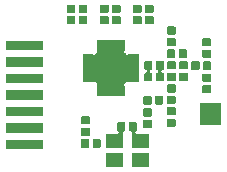
<source format=gbr>
G04 #@! TF.GenerationSoftware,KiCad,Pcbnew,(5.1.2)-1*
G04 #@! TF.CreationDate,2020-11-19T11:24:46+01:00*
G04 #@! TF.ProjectId,HB-ES-PMSwX-Pl_GosoundSP111,48422d45-532d-4504-9d53-77582d506c5f,rev?*
G04 #@! TF.SameCoordinates,Original*
G04 #@! TF.FileFunction,Soldermask,Top*
G04 #@! TF.FilePolarity,Negative*
%FSLAX46Y46*%
G04 Gerber Fmt 4.6, Leading zero omitted, Abs format (unit mm)*
G04 Created by KiCad (PCBNEW (5.1.2)-1) date 2020-11-19 11:24:46*
%MOMM*%
%LPD*%
G04 APERTURE LIST*
%ADD10C,0.100000*%
G04 APERTURE END LIST*
D10*
G36*
X121502600Y-71288800D02*
G01*
X120000600Y-71288800D01*
X120000600Y-70036800D01*
X121502600Y-70036800D01*
X121502600Y-71288800D01*
X121502600Y-71288800D01*
G37*
G36*
X119302600Y-71288800D02*
G01*
X117800600Y-71288800D01*
X117800600Y-70036800D01*
X119302600Y-70036800D01*
X119302600Y-71288800D01*
X119302600Y-71288800D01*
G37*
G36*
X112460100Y-69761000D02*
G01*
X109358100Y-69761000D01*
X109358100Y-68959000D01*
X112460100Y-68959000D01*
X112460100Y-69761000D01*
X112460100Y-69761000D01*
G37*
G36*
X120348138Y-67475116D02*
G01*
X120368757Y-67481371D01*
X120387753Y-67491524D01*
X120404408Y-67505192D01*
X120418076Y-67521847D01*
X120428229Y-67540843D01*
X120434484Y-67561462D01*
X120437200Y-67589040D01*
X120437200Y-68097760D01*
X120434484Y-68125338D01*
X120428229Y-68145957D01*
X120418076Y-68164953D01*
X120404408Y-68181608D01*
X120387755Y-68195274D01*
X120375991Y-68201562D01*
X120355616Y-68215176D01*
X120338289Y-68232504D01*
X120324676Y-68252878D01*
X120315299Y-68275517D01*
X120310519Y-68299550D01*
X120310519Y-68324055D01*
X120315300Y-68348088D01*
X120324677Y-68370726D01*
X120338291Y-68391101D01*
X120355619Y-68408428D01*
X120375993Y-68422041D01*
X120398632Y-68431418D01*
X120434916Y-68436800D01*
X121502600Y-68436800D01*
X121502600Y-69688800D01*
X120000600Y-69688800D01*
X120000600Y-68339399D01*
X119998198Y-68315013D01*
X119991085Y-68291564D01*
X119979534Y-68269953D01*
X119963989Y-68251011D01*
X119945047Y-68235466D01*
X119923436Y-68223915D01*
X119899987Y-68216802D01*
X119875601Y-68214400D01*
X119861840Y-68214400D01*
X119834262Y-68211684D01*
X119813643Y-68205429D01*
X119794647Y-68195276D01*
X119777992Y-68181608D01*
X119764324Y-68164953D01*
X119754171Y-68145957D01*
X119747916Y-68125338D01*
X119745200Y-68097760D01*
X119745200Y-67589040D01*
X119747916Y-67561462D01*
X119754171Y-67540843D01*
X119764324Y-67521847D01*
X119777992Y-67505192D01*
X119794647Y-67491524D01*
X119813643Y-67481371D01*
X119834262Y-67475116D01*
X119861840Y-67472400D01*
X120320560Y-67472400D01*
X120348138Y-67475116D01*
X120348138Y-67475116D01*
G37*
G36*
X119378138Y-67475116D02*
G01*
X119398757Y-67481371D01*
X119417753Y-67491524D01*
X119434408Y-67505192D01*
X119448076Y-67521847D01*
X119458229Y-67540843D01*
X119464484Y-67561462D01*
X119467200Y-67589040D01*
X119467200Y-68097760D01*
X119464484Y-68125338D01*
X119458229Y-68145957D01*
X119448076Y-68164953D01*
X119434408Y-68181608D01*
X119417753Y-68195276D01*
X119398756Y-68205430D01*
X119391315Y-68207687D01*
X119368676Y-68217064D01*
X119348302Y-68230678D01*
X119330974Y-68248004D01*
X119317360Y-68268379D01*
X119307983Y-68291017D01*
X119303202Y-68315051D01*
X119302600Y-68327304D01*
X119302600Y-69688800D01*
X117800600Y-69688800D01*
X117800600Y-68436800D01*
X118777484Y-68436800D01*
X118801870Y-68434398D01*
X118825319Y-68427285D01*
X118846930Y-68415734D01*
X118865872Y-68400189D01*
X118881417Y-68381247D01*
X118892968Y-68359636D01*
X118900081Y-68336187D01*
X118902483Y-68311801D01*
X118900081Y-68287415D01*
X118892968Y-68263966D01*
X118881417Y-68242355D01*
X118865872Y-68223413D01*
X118836409Y-68201562D01*
X118824645Y-68195274D01*
X118807992Y-68181608D01*
X118794324Y-68164953D01*
X118784171Y-68145957D01*
X118777916Y-68125338D01*
X118775200Y-68097760D01*
X118775200Y-67589040D01*
X118777916Y-67561462D01*
X118784171Y-67540843D01*
X118794324Y-67521847D01*
X118807992Y-67505192D01*
X118824647Y-67491524D01*
X118843643Y-67481371D01*
X118864262Y-67475116D01*
X118891840Y-67472400D01*
X119350560Y-67472400D01*
X119378138Y-67475116D01*
X119378138Y-67475116D01*
G37*
G36*
X117287438Y-68897516D02*
G01*
X117308057Y-68903771D01*
X117327053Y-68913924D01*
X117343708Y-68927592D01*
X117357376Y-68944247D01*
X117367529Y-68963243D01*
X117373784Y-68983862D01*
X117376500Y-69011440D01*
X117376500Y-69520160D01*
X117373784Y-69547738D01*
X117367529Y-69568357D01*
X117357376Y-69587353D01*
X117343708Y-69604008D01*
X117327053Y-69617676D01*
X117308057Y-69627829D01*
X117287438Y-69634084D01*
X117259860Y-69636800D01*
X116801140Y-69636800D01*
X116773562Y-69634084D01*
X116752943Y-69627829D01*
X116733947Y-69617676D01*
X116717292Y-69604008D01*
X116703624Y-69587353D01*
X116693471Y-69568357D01*
X116687216Y-69547738D01*
X116684500Y-69520160D01*
X116684500Y-69011440D01*
X116687216Y-68983862D01*
X116693471Y-68963243D01*
X116703624Y-68944247D01*
X116717292Y-68927592D01*
X116733947Y-68913924D01*
X116752943Y-68903771D01*
X116773562Y-68897516D01*
X116801140Y-68894800D01*
X117259860Y-68894800D01*
X117287438Y-68897516D01*
X117287438Y-68897516D01*
G37*
G36*
X116317438Y-68897516D02*
G01*
X116338057Y-68903771D01*
X116357053Y-68913924D01*
X116373708Y-68927592D01*
X116387376Y-68944247D01*
X116397529Y-68963243D01*
X116403784Y-68983862D01*
X116406500Y-69011440D01*
X116406500Y-69520160D01*
X116403784Y-69547738D01*
X116397529Y-69568357D01*
X116387376Y-69587353D01*
X116373708Y-69604008D01*
X116357053Y-69617676D01*
X116338057Y-69627829D01*
X116317438Y-69634084D01*
X116289860Y-69636800D01*
X115831140Y-69636800D01*
X115803562Y-69634084D01*
X115782943Y-69627829D01*
X115763947Y-69617676D01*
X115747292Y-69604008D01*
X115733624Y-69587353D01*
X115723471Y-69568357D01*
X115717216Y-69547738D01*
X115714500Y-69520160D01*
X115714500Y-69011440D01*
X115717216Y-68983862D01*
X115723471Y-68963243D01*
X115733624Y-68944247D01*
X115747292Y-68927592D01*
X115763947Y-68913924D01*
X115782943Y-68903771D01*
X115803562Y-68897516D01*
X115831140Y-68894800D01*
X116289860Y-68894800D01*
X116317438Y-68897516D01*
X116317438Y-68897516D01*
G37*
G36*
X116372638Y-67944616D02*
G01*
X116393257Y-67950871D01*
X116412253Y-67961024D01*
X116428908Y-67974692D01*
X116442576Y-67991347D01*
X116452729Y-68010343D01*
X116458984Y-68030962D01*
X116461700Y-68058540D01*
X116461700Y-68517260D01*
X116458984Y-68544838D01*
X116452729Y-68565457D01*
X116442576Y-68584453D01*
X116428908Y-68601108D01*
X116412253Y-68614776D01*
X116393257Y-68624929D01*
X116372638Y-68631184D01*
X116345060Y-68633900D01*
X115836340Y-68633900D01*
X115808762Y-68631184D01*
X115788143Y-68624929D01*
X115769147Y-68614776D01*
X115752492Y-68601108D01*
X115738824Y-68584453D01*
X115728671Y-68565457D01*
X115722416Y-68544838D01*
X115719700Y-68517260D01*
X115719700Y-68058540D01*
X115722416Y-68030962D01*
X115728671Y-68010343D01*
X115738824Y-67991347D01*
X115752492Y-67974692D01*
X115769147Y-67961024D01*
X115788143Y-67950871D01*
X115808762Y-67944616D01*
X115836340Y-67941900D01*
X116345060Y-67941900D01*
X116372638Y-67944616D01*
X116372638Y-67944616D01*
G37*
G36*
X112460100Y-68361000D02*
G01*
X109358100Y-68361000D01*
X109358100Y-67559000D01*
X112460100Y-67559000D01*
X112460100Y-68361000D01*
X112460100Y-68361000D01*
G37*
G36*
X121617738Y-67273916D02*
G01*
X121638357Y-67280171D01*
X121657353Y-67290324D01*
X121674008Y-67303992D01*
X121687676Y-67320647D01*
X121697829Y-67339643D01*
X121704084Y-67360262D01*
X121706800Y-67387840D01*
X121706800Y-67846560D01*
X121704084Y-67874138D01*
X121697829Y-67894757D01*
X121687676Y-67913753D01*
X121674008Y-67930408D01*
X121657353Y-67944076D01*
X121638357Y-67954229D01*
X121617738Y-67960484D01*
X121590160Y-67963200D01*
X121081440Y-67963200D01*
X121053862Y-67960484D01*
X121033243Y-67954229D01*
X121014247Y-67944076D01*
X120997592Y-67930408D01*
X120983924Y-67913753D01*
X120973771Y-67894757D01*
X120967516Y-67874138D01*
X120964800Y-67846560D01*
X120964800Y-67387840D01*
X120967516Y-67360262D01*
X120973771Y-67339643D01*
X120983924Y-67320647D01*
X120997592Y-67303992D01*
X121014247Y-67290324D01*
X121033243Y-67280171D01*
X121053862Y-67273916D01*
X121081440Y-67271200D01*
X121590160Y-67271200D01*
X121617738Y-67273916D01*
X121617738Y-67273916D01*
G37*
G36*
X123624338Y-67172316D02*
G01*
X123644957Y-67178571D01*
X123663953Y-67188724D01*
X123680608Y-67202392D01*
X123694276Y-67219047D01*
X123704429Y-67238043D01*
X123710684Y-67258662D01*
X123713400Y-67286240D01*
X123713400Y-67744960D01*
X123710684Y-67772538D01*
X123704429Y-67793157D01*
X123694276Y-67812153D01*
X123680608Y-67828808D01*
X123663953Y-67842476D01*
X123644957Y-67852629D01*
X123624338Y-67858884D01*
X123596760Y-67861600D01*
X123088040Y-67861600D01*
X123060462Y-67858884D01*
X123039843Y-67852629D01*
X123020847Y-67842476D01*
X123004192Y-67828808D01*
X122990524Y-67812153D01*
X122980371Y-67793157D01*
X122974116Y-67772538D01*
X122971400Y-67744960D01*
X122971400Y-67286240D01*
X122974116Y-67258662D01*
X122980371Y-67238043D01*
X122990524Y-67219047D01*
X123004192Y-67202392D01*
X123020847Y-67188724D01*
X123039843Y-67178571D01*
X123060462Y-67172316D01*
X123088040Y-67169600D01*
X123596760Y-67169600D01*
X123624338Y-67172316D01*
X123624338Y-67172316D01*
G37*
G36*
X127570800Y-67677600D02*
G01*
X125768800Y-67677600D01*
X125768800Y-65875600D01*
X127570800Y-65875600D01*
X127570800Y-67677600D01*
X127570800Y-67677600D01*
G37*
G36*
X116372638Y-66974616D02*
G01*
X116393257Y-66980871D01*
X116412253Y-66991024D01*
X116428908Y-67004692D01*
X116442576Y-67021347D01*
X116452729Y-67040343D01*
X116458984Y-67060962D01*
X116461700Y-67088540D01*
X116461700Y-67547260D01*
X116458984Y-67574838D01*
X116452729Y-67595457D01*
X116442576Y-67614453D01*
X116428908Y-67631108D01*
X116412253Y-67644776D01*
X116393257Y-67654929D01*
X116372638Y-67661184D01*
X116345060Y-67663900D01*
X115836340Y-67663900D01*
X115808762Y-67661184D01*
X115788143Y-67654929D01*
X115769147Y-67644776D01*
X115752492Y-67631108D01*
X115738824Y-67614453D01*
X115728671Y-67595457D01*
X115722416Y-67574838D01*
X115719700Y-67547260D01*
X115719700Y-67088540D01*
X115722416Y-67060962D01*
X115728671Y-67040343D01*
X115738824Y-67021347D01*
X115752492Y-67004692D01*
X115769147Y-66991024D01*
X115788143Y-66980871D01*
X115808762Y-66974616D01*
X115836340Y-66971900D01*
X116345060Y-66971900D01*
X116372638Y-66974616D01*
X116372638Y-66974616D01*
G37*
G36*
X121617738Y-66303916D02*
G01*
X121638357Y-66310171D01*
X121657353Y-66320324D01*
X121674008Y-66333992D01*
X121687676Y-66350647D01*
X121697829Y-66369643D01*
X121704084Y-66390262D01*
X121706800Y-66417840D01*
X121706800Y-66876560D01*
X121704084Y-66904138D01*
X121697829Y-66924757D01*
X121687676Y-66943753D01*
X121674008Y-66960408D01*
X121657353Y-66974076D01*
X121638357Y-66984229D01*
X121617738Y-66990484D01*
X121590160Y-66993200D01*
X121081440Y-66993200D01*
X121053862Y-66990484D01*
X121033243Y-66984229D01*
X121014247Y-66974076D01*
X120997592Y-66960408D01*
X120983924Y-66943753D01*
X120973771Y-66924757D01*
X120967516Y-66904138D01*
X120964800Y-66876560D01*
X120964800Y-66417840D01*
X120967516Y-66390262D01*
X120973771Y-66369643D01*
X120983924Y-66350647D01*
X120997592Y-66333992D01*
X121014247Y-66320324D01*
X121033243Y-66310171D01*
X121053862Y-66303916D01*
X121081440Y-66301200D01*
X121590160Y-66301200D01*
X121617738Y-66303916D01*
X121617738Y-66303916D01*
G37*
G36*
X112460100Y-66961000D02*
G01*
X109358100Y-66961000D01*
X109358100Y-66159000D01*
X112460100Y-66159000D01*
X112460100Y-66961000D01*
X112460100Y-66961000D01*
G37*
G36*
X123624338Y-66202316D02*
G01*
X123644957Y-66208571D01*
X123663953Y-66218724D01*
X123680608Y-66232392D01*
X123694276Y-66249047D01*
X123704429Y-66268043D01*
X123710684Y-66288662D01*
X123713400Y-66316240D01*
X123713400Y-66774960D01*
X123710684Y-66802538D01*
X123704429Y-66823157D01*
X123694276Y-66842153D01*
X123680608Y-66858808D01*
X123663953Y-66872476D01*
X123644957Y-66882629D01*
X123624338Y-66888884D01*
X123596760Y-66891600D01*
X123088040Y-66891600D01*
X123060462Y-66888884D01*
X123039843Y-66882629D01*
X123020847Y-66872476D01*
X123004192Y-66858808D01*
X122990524Y-66842153D01*
X122980371Y-66823157D01*
X122974116Y-66802538D01*
X122971400Y-66774960D01*
X122971400Y-66316240D01*
X122974116Y-66288662D01*
X122980371Y-66268043D01*
X122990524Y-66249047D01*
X123004192Y-66232392D01*
X123020847Y-66218724D01*
X123039843Y-66208571D01*
X123060462Y-66202316D01*
X123088040Y-66199600D01*
X123596760Y-66199600D01*
X123624338Y-66202316D01*
X123624338Y-66202316D01*
G37*
G36*
X122562738Y-65239916D02*
G01*
X122583357Y-65246171D01*
X122602353Y-65256324D01*
X122619008Y-65269992D01*
X122632676Y-65286647D01*
X122642829Y-65305643D01*
X122649084Y-65326262D01*
X122651800Y-65353840D01*
X122651800Y-65862560D01*
X122649084Y-65890138D01*
X122642829Y-65910757D01*
X122632676Y-65929753D01*
X122619008Y-65946408D01*
X122602353Y-65960076D01*
X122583357Y-65970229D01*
X122562738Y-65976484D01*
X122535160Y-65979200D01*
X122076440Y-65979200D01*
X122048862Y-65976484D01*
X122028243Y-65970229D01*
X122009247Y-65960076D01*
X121992592Y-65946408D01*
X121978924Y-65929753D01*
X121968771Y-65910757D01*
X121962516Y-65890138D01*
X121959800Y-65862560D01*
X121959800Y-65353840D01*
X121962516Y-65326262D01*
X121968771Y-65305643D01*
X121978924Y-65286647D01*
X121992592Y-65269992D01*
X122009247Y-65256324D01*
X122028243Y-65246171D01*
X122048862Y-65239916D01*
X122076440Y-65237200D01*
X122535160Y-65237200D01*
X122562738Y-65239916D01*
X122562738Y-65239916D01*
G37*
G36*
X121592738Y-65239916D02*
G01*
X121613357Y-65246171D01*
X121632353Y-65256324D01*
X121649008Y-65269992D01*
X121662676Y-65286647D01*
X121672829Y-65305643D01*
X121679084Y-65326262D01*
X121681800Y-65353840D01*
X121681800Y-65862560D01*
X121679084Y-65890138D01*
X121672829Y-65910757D01*
X121662676Y-65929753D01*
X121649008Y-65946408D01*
X121632353Y-65960076D01*
X121613357Y-65970229D01*
X121592738Y-65976484D01*
X121565160Y-65979200D01*
X121106440Y-65979200D01*
X121078862Y-65976484D01*
X121058243Y-65970229D01*
X121039247Y-65960076D01*
X121022592Y-65946408D01*
X121008924Y-65929753D01*
X120998771Y-65910757D01*
X120992516Y-65890138D01*
X120989800Y-65862560D01*
X120989800Y-65353840D01*
X120992516Y-65326262D01*
X120998771Y-65305643D01*
X121008924Y-65286647D01*
X121022592Y-65269992D01*
X121039247Y-65256324D01*
X121058243Y-65246171D01*
X121078862Y-65239916D01*
X121106440Y-65237200D01*
X121565160Y-65237200D01*
X121592738Y-65239916D01*
X121592738Y-65239916D01*
G37*
G36*
X123624338Y-65244316D02*
G01*
X123644957Y-65250571D01*
X123663953Y-65260724D01*
X123680608Y-65274392D01*
X123694276Y-65291047D01*
X123704429Y-65310043D01*
X123710684Y-65330662D01*
X123713400Y-65358240D01*
X123713400Y-65816960D01*
X123710684Y-65844538D01*
X123704429Y-65865157D01*
X123694276Y-65884153D01*
X123680608Y-65900808D01*
X123663953Y-65914476D01*
X123644957Y-65924629D01*
X123624338Y-65930884D01*
X123596760Y-65933600D01*
X123088040Y-65933600D01*
X123060462Y-65930884D01*
X123039843Y-65924629D01*
X123020847Y-65914476D01*
X123004192Y-65900808D01*
X122990524Y-65884153D01*
X122980371Y-65865157D01*
X122974116Y-65844538D01*
X122971400Y-65816960D01*
X122971400Y-65358240D01*
X122974116Y-65330662D01*
X122980371Y-65310043D01*
X122990524Y-65291047D01*
X123004192Y-65274392D01*
X123020847Y-65260724D01*
X123039843Y-65250571D01*
X123060462Y-65244316D01*
X123088040Y-65241600D01*
X123596760Y-65241600D01*
X123624338Y-65244316D01*
X123624338Y-65244316D01*
G37*
G36*
X112460100Y-65561000D02*
G01*
X109358100Y-65561000D01*
X109358100Y-64759000D01*
X112460100Y-64759000D01*
X112460100Y-65561000D01*
X112460100Y-65561000D01*
G37*
G36*
X117392355Y-60490483D02*
G01*
X117397029Y-60491901D01*
X117401330Y-60494200D01*
X117407702Y-60499429D01*
X117428076Y-60513043D01*
X117450715Y-60522420D01*
X117474749Y-60527200D01*
X117499253Y-60527200D01*
X117523286Y-60522419D01*
X117545925Y-60513042D01*
X117566298Y-60499429D01*
X117572670Y-60494200D01*
X117576971Y-60491901D01*
X117581645Y-60490483D01*
X117592641Y-60489400D01*
X117881359Y-60489400D01*
X117892355Y-60490483D01*
X117897029Y-60491901D01*
X117901330Y-60494200D01*
X117907702Y-60499429D01*
X117928076Y-60513043D01*
X117950715Y-60522420D01*
X117974749Y-60527200D01*
X117999253Y-60527200D01*
X118023286Y-60522419D01*
X118045925Y-60513042D01*
X118066298Y-60499429D01*
X118072670Y-60494200D01*
X118076971Y-60491901D01*
X118081645Y-60490483D01*
X118092641Y-60489400D01*
X118381359Y-60489400D01*
X118392355Y-60490483D01*
X118397029Y-60491901D01*
X118401330Y-60494200D01*
X118407702Y-60499429D01*
X118428076Y-60513043D01*
X118450715Y-60522420D01*
X118474749Y-60527200D01*
X118499253Y-60527200D01*
X118523286Y-60522419D01*
X118545925Y-60513042D01*
X118566298Y-60499429D01*
X118572670Y-60494200D01*
X118576971Y-60491901D01*
X118581645Y-60490483D01*
X118592641Y-60489400D01*
X118881359Y-60489400D01*
X118892355Y-60490483D01*
X118897029Y-60491901D01*
X118901330Y-60494200D01*
X118907702Y-60499429D01*
X118928076Y-60513043D01*
X118950715Y-60522420D01*
X118974749Y-60527200D01*
X118999253Y-60527200D01*
X119023286Y-60522419D01*
X119045925Y-60513042D01*
X119066298Y-60499429D01*
X119072670Y-60494200D01*
X119076971Y-60491901D01*
X119081645Y-60490483D01*
X119092641Y-60489400D01*
X119381359Y-60489400D01*
X119392355Y-60490483D01*
X119397029Y-60491901D01*
X119401331Y-60494200D01*
X119405104Y-60497296D01*
X119408200Y-60501069D01*
X119410499Y-60505371D01*
X119411917Y-60510045D01*
X119413000Y-60521041D01*
X119413000Y-61384759D01*
X119411917Y-61395755D01*
X119410499Y-61400429D01*
X119408202Y-61404727D01*
X119401560Y-61412820D01*
X119387946Y-61433195D01*
X119378569Y-61455833D01*
X119373788Y-61479867D01*
X119373788Y-61504371D01*
X119378568Y-61528404D01*
X119387945Y-61551043D01*
X119401559Y-61571418D01*
X119418885Y-61588745D01*
X119439259Y-61602358D01*
X119466464Y-61616900D01*
X119490651Y-61636749D01*
X119510500Y-61660936D01*
X119525042Y-61688141D01*
X119538656Y-61708515D01*
X119555983Y-61725842D01*
X119576358Y-61739455D01*
X119598997Y-61748832D01*
X119623030Y-61753612D01*
X119647534Y-61753612D01*
X119671568Y-61748831D01*
X119694206Y-61739453D01*
X119714580Y-61725840D01*
X119722673Y-61719198D01*
X119726971Y-61716901D01*
X119731645Y-61715483D01*
X119742641Y-61714400D01*
X120606359Y-61714400D01*
X120617355Y-61715483D01*
X120622029Y-61716901D01*
X120626331Y-61719200D01*
X120630104Y-61722296D01*
X120633200Y-61726069D01*
X120635499Y-61730371D01*
X120636917Y-61735045D01*
X120638000Y-61746041D01*
X120638000Y-62034759D01*
X120636917Y-62045755D01*
X120635499Y-62050429D01*
X120633200Y-62054730D01*
X120627971Y-62061102D01*
X120614357Y-62081476D01*
X120604980Y-62104115D01*
X120600200Y-62128149D01*
X120600200Y-62152653D01*
X120604981Y-62176686D01*
X120614358Y-62199325D01*
X120627971Y-62219698D01*
X120633200Y-62226070D01*
X120635499Y-62230371D01*
X120636917Y-62235045D01*
X120638000Y-62246041D01*
X120638000Y-62534759D01*
X120636917Y-62545755D01*
X120635499Y-62550429D01*
X120633200Y-62554730D01*
X120627971Y-62561102D01*
X120614357Y-62581476D01*
X120604980Y-62604115D01*
X120600200Y-62628149D01*
X120600200Y-62652653D01*
X120604981Y-62676686D01*
X120614358Y-62699325D01*
X120627971Y-62719698D01*
X120633200Y-62726070D01*
X120635499Y-62730371D01*
X120636917Y-62735045D01*
X120638000Y-62746041D01*
X120638000Y-63034759D01*
X120636917Y-63045755D01*
X120635499Y-63050429D01*
X120633200Y-63054730D01*
X120627971Y-63061102D01*
X120614357Y-63081476D01*
X120604980Y-63104115D01*
X120600200Y-63128149D01*
X120600200Y-63152653D01*
X120604981Y-63176686D01*
X120614358Y-63199325D01*
X120627971Y-63219698D01*
X120633200Y-63226070D01*
X120635499Y-63230371D01*
X120636917Y-63235045D01*
X120638000Y-63246041D01*
X120638000Y-63534759D01*
X120636917Y-63545755D01*
X120635499Y-63550429D01*
X120633200Y-63554730D01*
X120627971Y-63561102D01*
X120614357Y-63581476D01*
X120604980Y-63604115D01*
X120600200Y-63628149D01*
X120600200Y-63652653D01*
X120604981Y-63676686D01*
X120614358Y-63699325D01*
X120627971Y-63719698D01*
X120633200Y-63726070D01*
X120635499Y-63730371D01*
X120636917Y-63735045D01*
X120638000Y-63746041D01*
X120638000Y-64034759D01*
X120636917Y-64045755D01*
X120635499Y-64050429D01*
X120633200Y-64054731D01*
X120630104Y-64058504D01*
X120626331Y-64061600D01*
X120622029Y-64063899D01*
X120617355Y-64065317D01*
X120606359Y-64066400D01*
X119742641Y-64066400D01*
X119731645Y-64065317D01*
X119726971Y-64063899D01*
X119722673Y-64061602D01*
X119714580Y-64054960D01*
X119694205Y-64041346D01*
X119671567Y-64031969D01*
X119647533Y-64027188D01*
X119623029Y-64027188D01*
X119598996Y-64031968D01*
X119576357Y-64041345D01*
X119555982Y-64054959D01*
X119538655Y-64072285D01*
X119525042Y-64092659D01*
X119510500Y-64119864D01*
X119490651Y-64144051D01*
X119466464Y-64163900D01*
X119439259Y-64178442D01*
X119418885Y-64192056D01*
X119401558Y-64209383D01*
X119387945Y-64229758D01*
X119378568Y-64252397D01*
X119373788Y-64276430D01*
X119373788Y-64300934D01*
X119378569Y-64324968D01*
X119387947Y-64347606D01*
X119401560Y-64367980D01*
X119408202Y-64376073D01*
X119410499Y-64380371D01*
X119411917Y-64385045D01*
X119413000Y-64396041D01*
X119413000Y-65259759D01*
X119411917Y-65270755D01*
X119410499Y-65275429D01*
X119408200Y-65279731D01*
X119405104Y-65283504D01*
X119401331Y-65286600D01*
X119397029Y-65288899D01*
X119392355Y-65290317D01*
X119381359Y-65291400D01*
X119092641Y-65291400D01*
X119081645Y-65290317D01*
X119076971Y-65288899D01*
X119072670Y-65286600D01*
X119066298Y-65281371D01*
X119045924Y-65267757D01*
X119023285Y-65258380D01*
X118999251Y-65253600D01*
X118974747Y-65253600D01*
X118950714Y-65258381D01*
X118928075Y-65267758D01*
X118907702Y-65281371D01*
X118901330Y-65286600D01*
X118897029Y-65288899D01*
X118892355Y-65290317D01*
X118881359Y-65291400D01*
X118592641Y-65291400D01*
X118581645Y-65290317D01*
X118576971Y-65288899D01*
X118572670Y-65286600D01*
X118566298Y-65281371D01*
X118545924Y-65267757D01*
X118523285Y-65258380D01*
X118499251Y-65253600D01*
X118474747Y-65253600D01*
X118450714Y-65258381D01*
X118428075Y-65267758D01*
X118407702Y-65281371D01*
X118401330Y-65286600D01*
X118397029Y-65288899D01*
X118392355Y-65290317D01*
X118381359Y-65291400D01*
X118092641Y-65291400D01*
X118081645Y-65290317D01*
X118076971Y-65288899D01*
X118072670Y-65286600D01*
X118066298Y-65281371D01*
X118045924Y-65267757D01*
X118023285Y-65258380D01*
X117999251Y-65253600D01*
X117974747Y-65253600D01*
X117950714Y-65258381D01*
X117928075Y-65267758D01*
X117907702Y-65281371D01*
X117901330Y-65286600D01*
X117897029Y-65288899D01*
X117892355Y-65290317D01*
X117881359Y-65291400D01*
X117592641Y-65291400D01*
X117581645Y-65290317D01*
X117576971Y-65288899D01*
X117572670Y-65286600D01*
X117566298Y-65281371D01*
X117545924Y-65267757D01*
X117523285Y-65258380D01*
X117499251Y-65253600D01*
X117474747Y-65253600D01*
X117450714Y-65258381D01*
X117428075Y-65267758D01*
X117407702Y-65281371D01*
X117401330Y-65286600D01*
X117397029Y-65288899D01*
X117392355Y-65290317D01*
X117381359Y-65291400D01*
X117092641Y-65291400D01*
X117081645Y-65290317D01*
X117076971Y-65288899D01*
X117072669Y-65286600D01*
X117068896Y-65283504D01*
X117065800Y-65279731D01*
X117063501Y-65275429D01*
X117062083Y-65270755D01*
X117061000Y-65259759D01*
X117061000Y-64396041D01*
X117062083Y-64385045D01*
X117063501Y-64380371D01*
X117065798Y-64376073D01*
X117072440Y-64367980D01*
X117086054Y-64347605D01*
X117095431Y-64324967D01*
X117100212Y-64300933D01*
X117100212Y-64276429D01*
X117095432Y-64252396D01*
X117086055Y-64229757D01*
X117072441Y-64209382D01*
X117055115Y-64192055D01*
X117034741Y-64178442D01*
X117007536Y-64163900D01*
X116983349Y-64144051D01*
X116963500Y-64119864D01*
X116948958Y-64092659D01*
X116935344Y-64072285D01*
X116918017Y-64054958D01*
X116897642Y-64041345D01*
X116875003Y-64031968D01*
X116850970Y-64027188D01*
X116826466Y-64027188D01*
X116802432Y-64031969D01*
X116779794Y-64041347D01*
X116759420Y-64054960D01*
X116751327Y-64061602D01*
X116747029Y-64063899D01*
X116742355Y-64065317D01*
X116731359Y-64066400D01*
X115867641Y-64066400D01*
X115856645Y-64065317D01*
X115851971Y-64063899D01*
X115847669Y-64061600D01*
X115843896Y-64058504D01*
X115840800Y-64054731D01*
X115838501Y-64050429D01*
X115837083Y-64045755D01*
X115836000Y-64034759D01*
X115836000Y-63746041D01*
X115837083Y-63735045D01*
X115838501Y-63730371D01*
X115840800Y-63726070D01*
X115846029Y-63719698D01*
X115859643Y-63699324D01*
X115869020Y-63676685D01*
X115873800Y-63652651D01*
X115873800Y-63628147D01*
X115869019Y-63604114D01*
X115859642Y-63581475D01*
X115846029Y-63561102D01*
X115840800Y-63554730D01*
X115838501Y-63550429D01*
X115837083Y-63545755D01*
X115836000Y-63534759D01*
X115836000Y-63246041D01*
X115837083Y-63235045D01*
X115838501Y-63230371D01*
X115840800Y-63226070D01*
X115846029Y-63219698D01*
X115859643Y-63199324D01*
X115869020Y-63176685D01*
X115873800Y-63152651D01*
X115873800Y-63128147D01*
X115869019Y-63104114D01*
X115859642Y-63081475D01*
X115846029Y-63061102D01*
X115840800Y-63054730D01*
X115838501Y-63050429D01*
X115837083Y-63045755D01*
X115836000Y-63034759D01*
X115836000Y-62746041D01*
X115837083Y-62735045D01*
X115838501Y-62730371D01*
X115840800Y-62726070D01*
X115846029Y-62719698D01*
X115859643Y-62699324D01*
X115869020Y-62676685D01*
X115873800Y-62652651D01*
X115873800Y-62628147D01*
X115869019Y-62604114D01*
X115859642Y-62581475D01*
X115846029Y-62561102D01*
X115840800Y-62554730D01*
X115838501Y-62550429D01*
X115837083Y-62545755D01*
X115836000Y-62534759D01*
X115836000Y-62246041D01*
X115837083Y-62235045D01*
X115838501Y-62230371D01*
X115840800Y-62226070D01*
X115846029Y-62219698D01*
X115859643Y-62199324D01*
X115869020Y-62176685D01*
X115873800Y-62152651D01*
X115873800Y-62128147D01*
X115869019Y-62104114D01*
X115859642Y-62081475D01*
X115846029Y-62061102D01*
X115840800Y-62054730D01*
X115838501Y-62050429D01*
X115837083Y-62045755D01*
X115836000Y-62034759D01*
X115836000Y-61746041D01*
X115837083Y-61735045D01*
X115838501Y-61730371D01*
X115840800Y-61726069D01*
X115843896Y-61722296D01*
X115847669Y-61719200D01*
X115851971Y-61716901D01*
X115856645Y-61715483D01*
X115867641Y-61714400D01*
X116731359Y-61714400D01*
X116742355Y-61715483D01*
X116747029Y-61716901D01*
X116751327Y-61719198D01*
X116759420Y-61725840D01*
X116779795Y-61739454D01*
X116802433Y-61748831D01*
X116826467Y-61753612D01*
X116850971Y-61753612D01*
X116875004Y-61748832D01*
X116897643Y-61739455D01*
X116918018Y-61725841D01*
X116935345Y-61708515D01*
X116948958Y-61688141D01*
X116963500Y-61660936D01*
X116983349Y-61636749D01*
X117007536Y-61616900D01*
X117034741Y-61602358D01*
X117055115Y-61588744D01*
X117072442Y-61571417D01*
X117086055Y-61551042D01*
X117095432Y-61528403D01*
X117100212Y-61504370D01*
X117100212Y-61479866D01*
X117095431Y-61455832D01*
X117086053Y-61433194D01*
X117072440Y-61412820D01*
X117065798Y-61404727D01*
X117063501Y-61400429D01*
X117062083Y-61395755D01*
X117061000Y-61384759D01*
X117061000Y-60521041D01*
X117062083Y-60510045D01*
X117063501Y-60505371D01*
X117065800Y-60501069D01*
X117068896Y-60497296D01*
X117072669Y-60494200D01*
X117076971Y-60491901D01*
X117081645Y-60490483D01*
X117092641Y-60489400D01*
X117381359Y-60489400D01*
X117392355Y-60490483D01*
X117392355Y-60490483D01*
G37*
G36*
X126621538Y-64329916D02*
G01*
X126642157Y-64336171D01*
X126661153Y-64346324D01*
X126677808Y-64359992D01*
X126691476Y-64376647D01*
X126701629Y-64395643D01*
X126707884Y-64416262D01*
X126710600Y-64443840D01*
X126710600Y-64902560D01*
X126707884Y-64930138D01*
X126701629Y-64950757D01*
X126691476Y-64969753D01*
X126677808Y-64986408D01*
X126661153Y-65000076D01*
X126642157Y-65010229D01*
X126621538Y-65016484D01*
X126593960Y-65019200D01*
X126085240Y-65019200D01*
X126057662Y-65016484D01*
X126037043Y-65010229D01*
X126018047Y-65000076D01*
X126001392Y-64986408D01*
X125987724Y-64969753D01*
X125977571Y-64950757D01*
X125971316Y-64930138D01*
X125968600Y-64902560D01*
X125968600Y-64443840D01*
X125971316Y-64416262D01*
X125977571Y-64395643D01*
X125987724Y-64376647D01*
X126001392Y-64359992D01*
X126018047Y-64346324D01*
X126037043Y-64336171D01*
X126057662Y-64329916D01*
X126085240Y-64327200D01*
X126593960Y-64327200D01*
X126621538Y-64329916D01*
X126621538Y-64329916D01*
G37*
G36*
X123624338Y-64274316D02*
G01*
X123644957Y-64280571D01*
X123663953Y-64290724D01*
X123680608Y-64304392D01*
X123694276Y-64321047D01*
X123704429Y-64340043D01*
X123710684Y-64360662D01*
X123713400Y-64388240D01*
X123713400Y-64846960D01*
X123710684Y-64874538D01*
X123704429Y-64895157D01*
X123694276Y-64914153D01*
X123680608Y-64930808D01*
X123663953Y-64944476D01*
X123644957Y-64954629D01*
X123624338Y-64960884D01*
X123596760Y-64963600D01*
X123088040Y-64963600D01*
X123060462Y-64960884D01*
X123039843Y-64954629D01*
X123020847Y-64944476D01*
X123004192Y-64930808D01*
X122990524Y-64914153D01*
X122980371Y-64895157D01*
X122974116Y-64874538D01*
X122971400Y-64846960D01*
X122971400Y-64388240D01*
X122974116Y-64360662D01*
X122980371Y-64340043D01*
X122990524Y-64321047D01*
X123004192Y-64304392D01*
X123020847Y-64290724D01*
X123039843Y-64280571D01*
X123060462Y-64274316D01*
X123088040Y-64271600D01*
X123596760Y-64271600D01*
X123624338Y-64274316D01*
X123624338Y-64274316D01*
G37*
G36*
X112460100Y-64161000D02*
G01*
X109358100Y-64161000D01*
X109358100Y-63359000D01*
X112460100Y-63359000D01*
X112460100Y-64161000D01*
X112460100Y-64161000D01*
G37*
G36*
X126621538Y-63359916D02*
G01*
X126642157Y-63366171D01*
X126661153Y-63376324D01*
X126677808Y-63389992D01*
X126691476Y-63406647D01*
X126701629Y-63425643D01*
X126707884Y-63446262D01*
X126710600Y-63473840D01*
X126710600Y-63932560D01*
X126707884Y-63960138D01*
X126701629Y-63980757D01*
X126691476Y-63999753D01*
X126677808Y-64016408D01*
X126661153Y-64030076D01*
X126642157Y-64040229D01*
X126621538Y-64046484D01*
X126593960Y-64049200D01*
X126085240Y-64049200D01*
X126057662Y-64046484D01*
X126037043Y-64040229D01*
X126018047Y-64030076D01*
X126001392Y-64016408D01*
X125987724Y-63999753D01*
X125977571Y-63980757D01*
X125971316Y-63960138D01*
X125968600Y-63932560D01*
X125968600Y-63473840D01*
X125971316Y-63446262D01*
X125977571Y-63425643D01*
X125987724Y-63406647D01*
X126001392Y-63389992D01*
X126018047Y-63376324D01*
X126037043Y-63366171D01*
X126057662Y-63359916D01*
X126085240Y-63357200D01*
X126593960Y-63357200D01*
X126621538Y-63359916D01*
X126621538Y-63359916D01*
G37*
G36*
X122638938Y-62293516D02*
G01*
X122659557Y-62299771D01*
X122678553Y-62309924D01*
X122695208Y-62323592D01*
X122708876Y-62340247D01*
X122719029Y-62359243D01*
X122725284Y-62379862D01*
X122728000Y-62407440D01*
X122728000Y-62916160D01*
X122725284Y-62943738D01*
X122719029Y-62964357D01*
X122708876Y-62983353D01*
X122695208Y-63000008D01*
X122678553Y-63013676D01*
X122659557Y-63023829D01*
X122638938Y-63030084D01*
X122612345Y-63032703D01*
X122588312Y-63037483D01*
X122565673Y-63046861D01*
X122545299Y-63060474D01*
X122527972Y-63077801D01*
X122514358Y-63098176D01*
X122504981Y-63120814D01*
X122500200Y-63144848D01*
X122500200Y-63169352D01*
X122504980Y-63193385D01*
X122514358Y-63216024D01*
X122527971Y-63236398D01*
X122545298Y-63253725D01*
X122565673Y-63267339D01*
X122588311Y-63276716D01*
X122612345Y-63281497D01*
X122638938Y-63284116D01*
X122659557Y-63290371D01*
X122678553Y-63300524D01*
X122695208Y-63314192D01*
X122708876Y-63330847D01*
X122719029Y-63349843D01*
X122725284Y-63370462D01*
X122728000Y-63398040D01*
X122728000Y-63906760D01*
X122725284Y-63934338D01*
X122719029Y-63954957D01*
X122708876Y-63973953D01*
X122695208Y-63990608D01*
X122678553Y-64004276D01*
X122659557Y-64014429D01*
X122638938Y-64020684D01*
X122611360Y-64023400D01*
X122152640Y-64023400D01*
X122125062Y-64020684D01*
X122104443Y-64014429D01*
X122085447Y-64004276D01*
X122068792Y-63990608D01*
X122055124Y-63973953D01*
X122044971Y-63954957D01*
X122038716Y-63934338D01*
X122036000Y-63906760D01*
X122036000Y-63398040D01*
X122038716Y-63370462D01*
X122044971Y-63349843D01*
X122055124Y-63330847D01*
X122068792Y-63314192D01*
X122085447Y-63300524D01*
X122104443Y-63290371D01*
X122125062Y-63284116D01*
X122151655Y-63281497D01*
X122175688Y-63276717D01*
X122198327Y-63267339D01*
X122218701Y-63253726D01*
X122236028Y-63236399D01*
X122249642Y-63216024D01*
X122259019Y-63193386D01*
X122263800Y-63169352D01*
X122263800Y-63144848D01*
X122259020Y-63120815D01*
X122249642Y-63098176D01*
X122236029Y-63077802D01*
X122218702Y-63060475D01*
X122198327Y-63046861D01*
X122175689Y-63037484D01*
X122151655Y-63032703D01*
X122125062Y-63030084D01*
X122104443Y-63023829D01*
X122085447Y-63013676D01*
X122068792Y-63000008D01*
X122055124Y-62983353D01*
X122044971Y-62964357D01*
X122038716Y-62943738D01*
X122036000Y-62916160D01*
X122036000Y-62407440D01*
X122038716Y-62379862D01*
X122044971Y-62359243D01*
X122055124Y-62340247D01*
X122068792Y-62323592D01*
X122085447Y-62309924D01*
X122104443Y-62299771D01*
X122125062Y-62293516D01*
X122152640Y-62290800D01*
X122611360Y-62290800D01*
X122638938Y-62293516D01*
X122638938Y-62293516D01*
G37*
G36*
X121668938Y-62293516D02*
G01*
X121689557Y-62299771D01*
X121708553Y-62309924D01*
X121725208Y-62323592D01*
X121738876Y-62340247D01*
X121749029Y-62359243D01*
X121755284Y-62379862D01*
X121758000Y-62407440D01*
X121758000Y-62916160D01*
X121755284Y-62943738D01*
X121749029Y-62964357D01*
X121738876Y-62983353D01*
X121725208Y-63000008D01*
X121708553Y-63013676D01*
X121689557Y-63023829D01*
X121668938Y-63030084D01*
X121642345Y-63032703D01*
X121618312Y-63037483D01*
X121595673Y-63046861D01*
X121575299Y-63060474D01*
X121557972Y-63077801D01*
X121544358Y-63098176D01*
X121534981Y-63120814D01*
X121530200Y-63144848D01*
X121530200Y-63169352D01*
X121534980Y-63193385D01*
X121544358Y-63216024D01*
X121557971Y-63236398D01*
X121575298Y-63253725D01*
X121595673Y-63267339D01*
X121618311Y-63276716D01*
X121642345Y-63281497D01*
X121668938Y-63284116D01*
X121689557Y-63290371D01*
X121708553Y-63300524D01*
X121725208Y-63314192D01*
X121738876Y-63330847D01*
X121749029Y-63349843D01*
X121755284Y-63370462D01*
X121758000Y-63398040D01*
X121758000Y-63906760D01*
X121755284Y-63934338D01*
X121749029Y-63954957D01*
X121738876Y-63973953D01*
X121725208Y-63990608D01*
X121708553Y-64004276D01*
X121689557Y-64014429D01*
X121668938Y-64020684D01*
X121641360Y-64023400D01*
X121182640Y-64023400D01*
X121155062Y-64020684D01*
X121134443Y-64014429D01*
X121115447Y-64004276D01*
X121098792Y-63990608D01*
X121085124Y-63973953D01*
X121074971Y-63954957D01*
X121068716Y-63934338D01*
X121066000Y-63906760D01*
X121066000Y-63398040D01*
X121068716Y-63370462D01*
X121074971Y-63349843D01*
X121085124Y-63330847D01*
X121098792Y-63314192D01*
X121115447Y-63300524D01*
X121134443Y-63290371D01*
X121155062Y-63284116D01*
X121181655Y-63281497D01*
X121205688Y-63276717D01*
X121228327Y-63267339D01*
X121248701Y-63253726D01*
X121266028Y-63236399D01*
X121279642Y-63216024D01*
X121289019Y-63193386D01*
X121293800Y-63169352D01*
X121293800Y-63144848D01*
X121289020Y-63120815D01*
X121279642Y-63098176D01*
X121266029Y-63077802D01*
X121248702Y-63060475D01*
X121228327Y-63046861D01*
X121205689Y-63037484D01*
X121181655Y-63032703D01*
X121155062Y-63030084D01*
X121134443Y-63023829D01*
X121115447Y-63013676D01*
X121098792Y-63000008D01*
X121085124Y-62983353D01*
X121074971Y-62964357D01*
X121068716Y-62943738D01*
X121066000Y-62916160D01*
X121066000Y-62407440D01*
X121068716Y-62379862D01*
X121074971Y-62359243D01*
X121085124Y-62340247D01*
X121098792Y-62323592D01*
X121115447Y-62309924D01*
X121134443Y-62299771D01*
X121155062Y-62293516D01*
X121182640Y-62290800D01*
X121641360Y-62290800D01*
X121668938Y-62293516D01*
X121668938Y-62293516D01*
G37*
G36*
X124665738Y-63286116D02*
G01*
X124686357Y-63292371D01*
X124705353Y-63302524D01*
X124722008Y-63316192D01*
X124735676Y-63332847D01*
X124745829Y-63351843D01*
X124752084Y-63372462D01*
X124754800Y-63400040D01*
X124754800Y-63858760D01*
X124752084Y-63886338D01*
X124745829Y-63906957D01*
X124735676Y-63925953D01*
X124722008Y-63942608D01*
X124705353Y-63956276D01*
X124686357Y-63966429D01*
X124665738Y-63972684D01*
X124638160Y-63975400D01*
X124129440Y-63975400D01*
X124101862Y-63972684D01*
X124081243Y-63966429D01*
X124062247Y-63956276D01*
X124045592Y-63942608D01*
X124031924Y-63925953D01*
X124021771Y-63906957D01*
X124015516Y-63886338D01*
X124012800Y-63858760D01*
X124012800Y-63400040D01*
X124015516Y-63372462D01*
X124021771Y-63351843D01*
X124031924Y-63332847D01*
X124045592Y-63316192D01*
X124062247Y-63302524D01*
X124081243Y-63292371D01*
X124101862Y-63286116D01*
X124129440Y-63283400D01*
X124638160Y-63283400D01*
X124665738Y-63286116D01*
X124665738Y-63286116D01*
G37*
G36*
X123649738Y-63283716D02*
G01*
X123670357Y-63289971D01*
X123689353Y-63300124D01*
X123706008Y-63313792D01*
X123719676Y-63330447D01*
X123729829Y-63349443D01*
X123736084Y-63370062D01*
X123738800Y-63397640D01*
X123738800Y-63856360D01*
X123736084Y-63883938D01*
X123729829Y-63904557D01*
X123719676Y-63923553D01*
X123706008Y-63940208D01*
X123689353Y-63953876D01*
X123670357Y-63964029D01*
X123649738Y-63970284D01*
X123622160Y-63973000D01*
X123113440Y-63973000D01*
X123085862Y-63970284D01*
X123065243Y-63964029D01*
X123046247Y-63953876D01*
X123029592Y-63940208D01*
X123015924Y-63923553D01*
X123005771Y-63904557D01*
X122999516Y-63883938D01*
X122996800Y-63856360D01*
X122996800Y-63397640D01*
X122999516Y-63370062D01*
X123005771Y-63349443D01*
X123015924Y-63330447D01*
X123029592Y-63313792D01*
X123046247Y-63300124D01*
X123065243Y-63289971D01*
X123085862Y-63283716D01*
X123113440Y-63281000D01*
X123622160Y-63281000D01*
X123649738Y-63283716D01*
X123649738Y-63283716D01*
G37*
G36*
X126626738Y-62318916D02*
G01*
X126647357Y-62325171D01*
X126666353Y-62335324D01*
X126683008Y-62348992D01*
X126696676Y-62365647D01*
X126706829Y-62384643D01*
X126713084Y-62405262D01*
X126715800Y-62432840D01*
X126715800Y-62941560D01*
X126713084Y-62969138D01*
X126706829Y-62989757D01*
X126696676Y-63008753D01*
X126683008Y-63025408D01*
X126666353Y-63039076D01*
X126647357Y-63049229D01*
X126626738Y-63055484D01*
X126599160Y-63058200D01*
X126140440Y-63058200D01*
X126112862Y-63055484D01*
X126092243Y-63049229D01*
X126073247Y-63039076D01*
X126056592Y-63025408D01*
X126042924Y-63008753D01*
X126032771Y-62989757D01*
X126026516Y-62969138D01*
X126023800Y-62941560D01*
X126023800Y-62432840D01*
X126026516Y-62405262D01*
X126032771Y-62384643D01*
X126042924Y-62365647D01*
X126056592Y-62348992D01*
X126073247Y-62335324D01*
X126092243Y-62325171D01*
X126112862Y-62318916D01*
X126140440Y-62316200D01*
X126599160Y-62316200D01*
X126626738Y-62318916D01*
X126626738Y-62318916D01*
G37*
G36*
X125656738Y-62318916D02*
G01*
X125677357Y-62325171D01*
X125696353Y-62335324D01*
X125713008Y-62348992D01*
X125726676Y-62365647D01*
X125736829Y-62384643D01*
X125743084Y-62405262D01*
X125745800Y-62432840D01*
X125745800Y-62941560D01*
X125743084Y-62969138D01*
X125736829Y-62989757D01*
X125726676Y-63008753D01*
X125713008Y-63025408D01*
X125696353Y-63039076D01*
X125677357Y-63049229D01*
X125656738Y-63055484D01*
X125629160Y-63058200D01*
X125170440Y-63058200D01*
X125142862Y-63055484D01*
X125122243Y-63049229D01*
X125103247Y-63039076D01*
X125086592Y-63025408D01*
X125072924Y-63008753D01*
X125062771Y-62989757D01*
X125056516Y-62969138D01*
X125053800Y-62941560D01*
X125053800Y-62432840D01*
X125056516Y-62405262D01*
X125062771Y-62384643D01*
X125072924Y-62365647D01*
X125086592Y-62348992D01*
X125103247Y-62335324D01*
X125122243Y-62325171D01*
X125142862Y-62318916D01*
X125170440Y-62316200D01*
X125629160Y-62316200D01*
X125656738Y-62318916D01*
X125656738Y-62318916D01*
G37*
G36*
X124665738Y-62316116D02*
G01*
X124686357Y-62322371D01*
X124705353Y-62332524D01*
X124722008Y-62346192D01*
X124735676Y-62362847D01*
X124745829Y-62381843D01*
X124752084Y-62402462D01*
X124754800Y-62430040D01*
X124754800Y-62888760D01*
X124752084Y-62916338D01*
X124745829Y-62936957D01*
X124735676Y-62955953D01*
X124722008Y-62972608D01*
X124705353Y-62986276D01*
X124686357Y-62996429D01*
X124665738Y-63002684D01*
X124638160Y-63005400D01*
X124129440Y-63005400D01*
X124101862Y-63002684D01*
X124081243Y-62996429D01*
X124062247Y-62986276D01*
X124045592Y-62972608D01*
X124031924Y-62955953D01*
X124021771Y-62936957D01*
X124015516Y-62916338D01*
X124012800Y-62888760D01*
X124012800Y-62430040D01*
X124015516Y-62402462D01*
X124021771Y-62381843D01*
X124031924Y-62362847D01*
X124045592Y-62346192D01*
X124062247Y-62332524D01*
X124081243Y-62322371D01*
X124101862Y-62316116D01*
X124129440Y-62313400D01*
X124638160Y-62313400D01*
X124665738Y-62316116D01*
X124665738Y-62316116D01*
G37*
G36*
X123649738Y-62313716D02*
G01*
X123670357Y-62319971D01*
X123689353Y-62330124D01*
X123706008Y-62343792D01*
X123719676Y-62360447D01*
X123729829Y-62379443D01*
X123736084Y-62400062D01*
X123738800Y-62427640D01*
X123738800Y-62886360D01*
X123736084Y-62913938D01*
X123729829Y-62934557D01*
X123719676Y-62953553D01*
X123706008Y-62970208D01*
X123689353Y-62983876D01*
X123670357Y-62994029D01*
X123649738Y-63000284D01*
X123622160Y-63003000D01*
X123113440Y-63003000D01*
X123085862Y-63000284D01*
X123065243Y-62994029D01*
X123046247Y-62983876D01*
X123029592Y-62970208D01*
X123015924Y-62953553D01*
X123005771Y-62934557D01*
X122999516Y-62913938D01*
X122996800Y-62886360D01*
X122996800Y-62427640D01*
X122999516Y-62400062D01*
X123005771Y-62379443D01*
X123015924Y-62360447D01*
X123029592Y-62343792D01*
X123046247Y-62330124D01*
X123065243Y-62319971D01*
X123085862Y-62313716D01*
X123113440Y-62311000D01*
X123622160Y-62311000D01*
X123649738Y-62313716D01*
X123649738Y-62313716D01*
G37*
G36*
X112460100Y-62761000D02*
G01*
X109358100Y-62761000D01*
X109358100Y-61959000D01*
X112460100Y-61959000D01*
X112460100Y-62761000D01*
X112460100Y-62761000D01*
G37*
G36*
X124569338Y-61302916D02*
G01*
X124589957Y-61309171D01*
X124608953Y-61319324D01*
X124625608Y-61332992D01*
X124639276Y-61349647D01*
X124649429Y-61368643D01*
X124655684Y-61389262D01*
X124658400Y-61416840D01*
X124658400Y-61925560D01*
X124655684Y-61953138D01*
X124649429Y-61973757D01*
X124639276Y-61992753D01*
X124625608Y-62009408D01*
X124608953Y-62023076D01*
X124589957Y-62033229D01*
X124569338Y-62039484D01*
X124541760Y-62042200D01*
X124083040Y-62042200D01*
X124055462Y-62039484D01*
X124034843Y-62033229D01*
X124015847Y-62023076D01*
X123999192Y-62009408D01*
X123985524Y-61992753D01*
X123975371Y-61973757D01*
X123969116Y-61953138D01*
X123966400Y-61925560D01*
X123966400Y-61416840D01*
X123969116Y-61389262D01*
X123975371Y-61368643D01*
X123985524Y-61349647D01*
X123999192Y-61332992D01*
X124015847Y-61319324D01*
X124034843Y-61309171D01*
X124055462Y-61302916D01*
X124083040Y-61300200D01*
X124541760Y-61300200D01*
X124569338Y-61302916D01*
X124569338Y-61302916D01*
G37*
G36*
X123599338Y-61302916D02*
G01*
X123619957Y-61309171D01*
X123638953Y-61319324D01*
X123655608Y-61332992D01*
X123669276Y-61349647D01*
X123679429Y-61368643D01*
X123685684Y-61389262D01*
X123688400Y-61416840D01*
X123688400Y-61925560D01*
X123685684Y-61953138D01*
X123679429Y-61973757D01*
X123669276Y-61992753D01*
X123655608Y-62009408D01*
X123638953Y-62023076D01*
X123619957Y-62033229D01*
X123599338Y-62039484D01*
X123571760Y-62042200D01*
X123113040Y-62042200D01*
X123085462Y-62039484D01*
X123064843Y-62033229D01*
X123045847Y-62023076D01*
X123029192Y-62009408D01*
X123015524Y-61992753D01*
X123005371Y-61973757D01*
X122999116Y-61953138D01*
X122996400Y-61925560D01*
X122996400Y-61416840D01*
X122999116Y-61389262D01*
X123005371Y-61368643D01*
X123015524Y-61349647D01*
X123029192Y-61332992D01*
X123045847Y-61319324D01*
X123064843Y-61309171D01*
X123085462Y-61302916D01*
X123113040Y-61300200D01*
X123571760Y-61300200D01*
X123599338Y-61302916D01*
X123599338Y-61302916D01*
G37*
G36*
X126621538Y-61327916D02*
G01*
X126642157Y-61334171D01*
X126661153Y-61344324D01*
X126677808Y-61357992D01*
X126691476Y-61374647D01*
X126701629Y-61393643D01*
X126707884Y-61414262D01*
X126710600Y-61441840D01*
X126710600Y-61900560D01*
X126707884Y-61928138D01*
X126701629Y-61948757D01*
X126691476Y-61967753D01*
X126677808Y-61984408D01*
X126661153Y-61998076D01*
X126642157Y-62008229D01*
X126621538Y-62014484D01*
X126593960Y-62017200D01*
X126085240Y-62017200D01*
X126057662Y-62014484D01*
X126037043Y-62008229D01*
X126018047Y-61998076D01*
X126001392Y-61984408D01*
X125987724Y-61967753D01*
X125977571Y-61948757D01*
X125971316Y-61928138D01*
X125968600Y-61900560D01*
X125968600Y-61441840D01*
X125971316Y-61414262D01*
X125977571Y-61393643D01*
X125987724Y-61374647D01*
X126001392Y-61357992D01*
X126018047Y-61344324D01*
X126037043Y-61334171D01*
X126057662Y-61327916D01*
X126085240Y-61325200D01*
X126593960Y-61325200D01*
X126621538Y-61327916D01*
X126621538Y-61327916D01*
G37*
G36*
X112460100Y-61361000D02*
G01*
X109358100Y-61361000D01*
X109358100Y-60559000D01*
X112460100Y-60559000D01*
X112460100Y-61361000D01*
X112460100Y-61361000D01*
G37*
G36*
X126621538Y-60357916D02*
G01*
X126642157Y-60364171D01*
X126661153Y-60374324D01*
X126677808Y-60387992D01*
X126691476Y-60404647D01*
X126701629Y-60423643D01*
X126707884Y-60444262D01*
X126710600Y-60471840D01*
X126710600Y-60930560D01*
X126707884Y-60958138D01*
X126701629Y-60978757D01*
X126691476Y-60997753D01*
X126677808Y-61014408D01*
X126661153Y-61028076D01*
X126642157Y-61038229D01*
X126621538Y-61044484D01*
X126593960Y-61047200D01*
X126085240Y-61047200D01*
X126057662Y-61044484D01*
X126037043Y-61038229D01*
X126018047Y-61028076D01*
X126001392Y-61014408D01*
X125987724Y-60997753D01*
X125977571Y-60978757D01*
X125971316Y-60958138D01*
X125968600Y-60930560D01*
X125968600Y-60471840D01*
X125971316Y-60444262D01*
X125977571Y-60423643D01*
X125987724Y-60404647D01*
X126001392Y-60387992D01*
X126018047Y-60374324D01*
X126037043Y-60364171D01*
X126057662Y-60357916D01*
X126085240Y-60355200D01*
X126593960Y-60355200D01*
X126621538Y-60357916D01*
X126621538Y-60357916D01*
G37*
G36*
X123649738Y-60337316D02*
G01*
X123670357Y-60343571D01*
X123689353Y-60353724D01*
X123706008Y-60367392D01*
X123719676Y-60384047D01*
X123729829Y-60403043D01*
X123736084Y-60423662D01*
X123738800Y-60451240D01*
X123738800Y-60909960D01*
X123736084Y-60937538D01*
X123729829Y-60958157D01*
X123719676Y-60977153D01*
X123706008Y-60993808D01*
X123689353Y-61007476D01*
X123670357Y-61017629D01*
X123649738Y-61023884D01*
X123622160Y-61026600D01*
X123113440Y-61026600D01*
X123085862Y-61023884D01*
X123065243Y-61017629D01*
X123046247Y-61007476D01*
X123029592Y-60993808D01*
X123015924Y-60977153D01*
X123005771Y-60958157D01*
X122999516Y-60937538D01*
X122996800Y-60909960D01*
X122996800Y-60451240D01*
X122999516Y-60423662D01*
X123005771Y-60403043D01*
X123015924Y-60384047D01*
X123029592Y-60367392D01*
X123046247Y-60353724D01*
X123065243Y-60343571D01*
X123085862Y-60337316D01*
X123113440Y-60334600D01*
X123622160Y-60334600D01*
X123649738Y-60337316D01*
X123649738Y-60337316D01*
G37*
G36*
X123649738Y-59367316D02*
G01*
X123670357Y-59373571D01*
X123689353Y-59383724D01*
X123706008Y-59397392D01*
X123719676Y-59414047D01*
X123729829Y-59433043D01*
X123736084Y-59453662D01*
X123738800Y-59481240D01*
X123738800Y-59939960D01*
X123736084Y-59967538D01*
X123729829Y-59988157D01*
X123719676Y-60007153D01*
X123706008Y-60023808D01*
X123689353Y-60037476D01*
X123670357Y-60047629D01*
X123649738Y-60053884D01*
X123622160Y-60056600D01*
X123113440Y-60056600D01*
X123085862Y-60053884D01*
X123065243Y-60047629D01*
X123046247Y-60037476D01*
X123029592Y-60023808D01*
X123015924Y-60007153D01*
X123005771Y-59988157D01*
X122999516Y-59967538D01*
X122996800Y-59939960D01*
X122996800Y-59481240D01*
X122999516Y-59453662D01*
X123005771Y-59433043D01*
X123015924Y-59414047D01*
X123029592Y-59397392D01*
X123046247Y-59383724D01*
X123065243Y-59373571D01*
X123085862Y-59367316D01*
X123113440Y-59364600D01*
X123622160Y-59364600D01*
X123649738Y-59367316D01*
X123649738Y-59367316D01*
G37*
G36*
X121770138Y-58500616D02*
G01*
X121790757Y-58506871D01*
X121809753Y-58517024D01*
X121826408Y-58530692D01*
X121840076Y-58547347D01*
X121850229Y-58566343D01*
X121856484Y-58586962D01*
X121859200Y-58614540D01*
X121859200Y-59073260D01*
X121856484Y-59100838D01*
X121850229Y-59121457D01*
X121840076Y-59140453D01*
X121826408Y-59157108D01*
X121809753Y-59170776D01*
X121790757Y-59180929D01*
X121770138Y-59187184D01*
X121742560Y-59189900D01*
X121233840Y-59189900D01*
X121206262Y-59187184D01*
X121185643Y-59180929D01*
X121166647Y-59170776D01*
X121149992Y-59157108D01*
X121136324Y-59140453D01*
X121126171Y-59121457D01*
X121119916Y-59100838D01*
X121117200Y-59073260D01*
X121117200Y-58614540D01*
X121119916Y-58586962D01*
X121126171Y-58566343D01*
X121136324Y-58547347D01*
X121149992Y-58530692D01*
X121166647Y-58517024D01*
X121185643Y-58506871D01*
X121206262Y-58500616D01*
X121233840Y-58497900D01*
X121742560Y-58497900D01*
X121770138Y-58500616D01*
X121770138Y-58500616D01*
G37*
G36*
X120754138Y-58500616D02*
G01*
X120774757Y-58506871D01*
X120793753Y-58517024D01*
X120810408Y-58530692D01*
X120824076Y-58547347D01*
X120834229Y-58566343D01*
X120840484Y-58586962D01*
X120843200Y-58614540D01*
X120843200Y-59073260D01*
X120840484Y-59100838D01*
X120834229Y-59121457D01*
X120824076Y-59140453D01*
X120810408Y-59157108D01*
X120793753Y-59170776D01*
X120774757Y-59180929D01*
X120754138Y-59187184D01*
X120726560Y-59189900D01*
X120217840Y-59189900D01*
X120190262Y-59187184D01*
X120169643Y-59180929D01*
X120150647Y-59170776D01*
X120133992Y-59157108D01*
X120120324Y-59140453D01*
X120110171Y-59121457D01*
X120103916Y-59100838D01*
X120101200Y-59073260D01*
X120101200Y-58614540D01*
X120103916Y-58586962D01*
X120110171Y-58566343D01*
X120120324Y-58547347D01*
X120133992Y-58530692D01*
X120150647Y-58517024D01*
X120169643Y-58506871D01*
X120190262Y-58500616D01*
X120217840Y-58497900D01*
X120726560Y-58497900D01*
X120754138Y-58500616D01*
X120754138Y-58500616D01*
G37*
G36*
X118976138Y-58500616D02*
G01*
X118996757Y-58506871D01*
X119015753Y-58517024D01*
X119032408Y-58530692D01*
X119046076Y-58547347D01*
X119056229Y-58566343D01*
X119062484Y-58586962D01*
X119065200Y-58614540D01*
X119065200Y-59073260D01*
X119062484Y-59100838D01*
X119056229Y-59121457D01*
X119046076Y-59140453D01*
X119032408Y-59157108D01*
X119015753Y-59170776D01*
X118996757Y-59180929D01*
X118976138Y-59187184D01*
X118948560Y-59189900D01*
X118439840Y-59189900D01*
X118412262Y-59187184D01*
X118391643Y-59180929D01*
X118372647Y-59170776D01*
X118355992Y-59157108D01*
X118342324Y-59140453D01*
X118332171Y-59121457D01*
X118325916Y-59100838D01*
X118323200Y-59073260D01*
X118323200Y-58614540D01*
X118325916Y-58586962D01*
X118332171Y-58566343D01*
X118342324Y-58547347D01*
X118355992Y-58530692D01*
X118372647Y-58517024D01*
X118391643Y-58506871D01*
X118412262Y-58500616D01*
X118439840Y-58497900D01*
X118948560Y-58497900D01*
X118976138Y-58500616D01*
X118976138Y-58500616D01*
G37*
G36*
X115140738Y-58498216D02*
G01*
X115161357Y-58504471D01*
X115180353Y-58514624D01*
X115197008Y-58528292D01*
X115210676Y-58544947D01*
X115220829Y-58563943D01*
X115227084Y-58584562D01*
X115229800Y-58612140D01*
X115229800Y-59070860D01*
X115227084Y-59098438D01*
X115220829Y-59119057D01*
X115210676Y-59138053D01*
X115197008Y-59154708D01*
X115180353Y-59168376D01*
X115161357Y-59178529D01*
X115140738Y-59184784D01*
X115113160Y-59187500D01*
X114604440Y-59187500D01*
X114576862Y-59184784D01*
X114556243Y-59178529D01*
X114537247Y-59168376D01*
X114520592Y-59154708D01*
X114506924Y-59138053D01*
X114496771Y-59119057D01*
X114490516Y-59098438D01*
X114487800Y-59070860D01*
X114487800Y-58612140D01*
X114490516Y-58584562D01*
X114496771Y-58563943D01*
X114506924Y-58544947D01*
X114520592Y-58528292D01*
X114537247Y-58514624D01*
X114556243Y-58504471D01*
X114576862Y-58498216D01*
X114604440Y-58495500D01*
X115113160Y-58495500D01*
X115140738Y-58498216D01*
X115140738Y-58498216D01*
G37*
G36*
X116156738Y-58495816D02*
G01*
X116177357Y-58502071D01*
X116196353Y-58512224D01*
X116213008Y-58525892D01*
X116226676Y-58542547D01*
X116236829Y-58561543D01*
X116243084Y-58582162D01*
X116245800Y-58609740D01*
X116245800Y-59068460D01*
X116243084Y-59096038D01*
X116236829Y-59116657D01*
X116226676Y-59135653D01*
X116213008Y-59152308D01*
X116196353Y-59165976D01*
X116177357Y-59176129D01*
X116156738Y-59182384D01*
X116129160Y-59185100D01*
X115620440Y-59185100D01*
X115592862Y-59182384D01*
X115572243Y-59176129D01*
X115553247Y-59165976D01*
X115536592Y-59152308D01*
X115522924Y-59135653D01*
X115512771Y-59116657D01*
X115506516Y-59096038D01*
X115503800Y-59068460D01*
X115503800Y-58609740D01*
X115506516Y-58582162D01*
X115512771Y-58561543D01*
X115522924Y-58542547D01*
X115536592Y-58525892D01*
X115553247Y-58512224D01*
X115572243Y-58502071D01*
X115592862Y-58495816D01*
X115620440Y-58493100D01*
X116129160Y-58493100D01*
X116156738Y-58495816D01*
X116156738Y-58495816D01*
G37*
G36*
X117960138Y-58487916D02*
G01*
X117980757Y-58494171D01*
X117999753Y-58504324D01*
X118016408Y-58517992D01*
X118030076Y-58534647D01*
X118040229Y-58553643D01*
X118046484Y-58574262D01*
X118049200Y-58601840D01*
X118049200Y-59060560D01*
X118046484Y-59088138D01*
X118040229Y-59108757D01*
X118030076Y-59127753D01*
X118016408Y-59144408D01*
X117999753Y-59158076D01*
X117980757Y-59168229D01*
X117960138Y-59174484D01*
X117932560Y-59177200D01*
X117423840Y-59177200D01*
X117396262Y-59174484D01*
X117375643Y-59168229D01*
X117356647Y-59158076D01*
X117339992Y-59144408D01*
X117326324Y-59127753D01*
X117316171Y-59108757D01*
X117309916Y-59088138D01*
X117307200Y-59060560D01*
X117307200Y-58601840D01*
X117309916Y-58574262D01*
X117316171Y-58553643D01*
X117326324Y-58534647D01*
X117339992Y-58517992D01*
X117356647Y-58504324D01*
X117375643Y-58494171D01*
X117396262Y-58487916D01*
X117423840Y-58485200D01*
X117932560Y-58485200D01*
X117960138Y-58487916D01*
X117960138Y-58487916D01*
G37*
G36*
X121770138Y-57530616D02*
G01*
X121790757Y-57536871D01*
X121809753Y-57547024D01*
X121826408Y-57560692D01*
X121840076Y-57577347D01*
X121850229Y-57596343D01*
X121856484Y-57616962D01*
X121859200Y-57644540D01*
X121859200Y-58103260D01*
X121856484Y-58130838D01*
X121850229Y-58151457D01*
X121840076Y-58170453D01*
X121826408Y-58187108D01*
X121809753Y-58200776D01*
X121790757Y-58210929D01*
X121770138Y-58217184D01*
X121742560Y-58219900D01*
X121233840Y-58219900D01*
X121206262Y-58217184D01*
X121185643Y-58210929D01*
X121166647Y-58200776D01*
X121149992Y-58187108D01*
X121136324Y-58170453D01*
X121126171Y-58151457D01*
X121119916Y-58130838D01*
X121117200Y-58103260D01*
X121117200Y-57644540D01*
X121119916Y-57616962D01*
X121126171Y-57596343D01*
X121136324Y-57577347D01*
X121149992Y-57560692D01*
X121166647Y-57547024D01*
X121185643Y-57536871D01*
X121206262Y-57530616D01*
X121233840Y-57527900D01*
X121742560Y-57527900D01*
X121770138Y-57530616D01*
X121770138Y-57530616D01*
G37*
G36*
X120754138Y-57530616D02*
G01*
X120774757Y-57536871D01*
X120793753Y-57547024D01*
X120810408Y-57560692D01*
X120824076Y-57577347D01*
X120834229Y-57596343D01*
X120840484Y-57616962D01*
X120843200Y-57644540D01*
X120843200Y-58103260D01*
X120840484Y-58130838D01*
X120834229Y-58151457D01*
X120824076Y-58170453D01*
X120810408Y-58187108D01*
X120793753Y-58200776D01*
X120774757Y-58210929D01*
X120754138Y-58217184D01*
X120726560Y-58219900D01*
X120217840Y-58219900D01*
X120190262Y-58217184D01*
X120169643Y-58210929D01*
X120150647Y-58200776D01*
X120133992Y-58187108D01*
X120120324Y-58170453D01*
X120110171Y-58151457D01*
X120103916Y-58130838D01*
X120101200Y-58103260D01*
X120101200Y-57644540D01*
X120103916Y-57616962D01*
X120110171Y-57596343D01*
X120120324Y-57577347D01*
X120133992Y-57560692D01*
X120150647Y-57547024D01*
X120169643Y-57536871D01*
X120190262Y-57530616D01*
X120217840Y-57527900D01*
X120726560Y-57527900D01*
X120754138Y-57530616D01*
X120754138Y-57530616D01*
G37*
G36*
X118976138Y-57530616D02*
G01*
X118996757Y-57536871D01*
X119015753Y-57547024D01*
X119032408Y-57560692D01*
X119046076Y-57577347D01*
X119056229Y-57596343D01*
X119062484Y-57616962D01*
X119065200Y-57644540D01*
X119065200Y-58103260D01*
X119062484Y-58130838D01*
X119056229Y-58151457D01*
X119046076Y-58170453D01*
X119032408Y-58187108D01*
X119015753Y-58200776D01*
X118996757Y-58210929D01*
X118976138Y-58217184D01*
X118948560Y-58219900D01*
X118439840Y-58219900D01*
X118412262Y-58217184D01*
X118391643Y-58210929D01*
X118372647Y-58200776D01*
X118355992Y-58187108D01*
X118342324Y-58170453D01*
X118332171Y-58151457D01*
X118325916Y-58130838D01*
X118323200Y-58103260D01*
X118323200Y-57644540D01*
X118325916Y-57616962D01*
X118332171Y-57596343D01*
X118342324Y-57577347D01*
X118355992Y-57560692D01*
X118372647Y-57547024D01*
X118391643Y-57536871D01*
X118412262Y-57530616D01*
X118439840Y-57527900D01*
X118948560Y-57527900D01*
X118976138Y-57530616D01*
X118976138Y-57530616D01*
G37*
G36*
X115140738Y-57528216D02*
G01*
X115161357Y-57534471D01*
X115180353Y-57544624D01*
X115197008Y-57558292D01*
X115210676Y-57574947D01*
X115220829Y-57593943D01*
X115227084Y-57614562D01*
X115229800Y-57642140D01*
X115229800Y-58100860D01*
X115227084Y-58128438D01*
X115220829Y-58149057D01*
X115210676Y-58168053D01*
X115197008Y-58184708D01*
X115180353Y-58198376D01*
X115161357Y-58208529D01*
X115140738Y-58214784D01*
X115113160Y-58217500D01*
X114604440Y-58217500D01*
X114576862Y-58214784D01*
X114556243Y-58208529D01*
X114537247Y-58198376D01*
X114520592Y-58184708D01*
X114506924Y-58168053D01*
X114496771Y-58149057D01*
X114490516Y-58128438D01*
X114487800Y-58100860D01*
X114487800Y-57642140D01*
X114490516Y-57614562D01*
X114496771Y-57593943D01*
X114506924Y-57574947D01*
X114520592Y-57558292D01*
X114537247Y-57544624D01*
X114556243Y-57534471D01*
X114576862Y-57528216D01*
X114604440Y-57525500D01*
X115113160Y-57525500D01*
X115140738Y-57528216D01*
X115140738Y-57528216D01*
G37*
G36*
X116156738Y-57525816D02*
G01*
X116177357Y-57532071D01*
X116196353Y-57542224D01*
X116213008Y-57555892D01*
X116226676Y-57572547D01*
X116236829Y-57591543D01*
X116243084Y-57612162D01*
X116245800Y-57639740D01*
X116245800Y-58098460D01*
X116243084Y-58126038D01*
X116236829Y-58146657D01*
X116226676Y-58165653D01*
X116213008Y-58182308D01*
X116196353Y-58195976D01*
X116177357Y-58206129D01*
X116156738Y-58212384D01*
X116129160Y-58215100D01*
X115620440Y-58215100D01*
X115592862Y-58212384D01*
X115572243Y-58206129D01*
X115553247Y-58195976D01*
X115536592Y-58182308D01*
X115522924Y-58165653D01*
X115512771Y-58146657D01*
X115506516Y-58126038D01*
X115503800Y-58098460D01*
X115503800Y-57639740D01*
X115506516Y-57612162D01*
X115512771Y-57591543D01*
X115522924Y-57572547D01*
X115536592Y-57555892D01*
X115553247Y-57542224D01*
X115572243Y-57532071D01*
X115592862Y-57525816D01*
X115620440Y-57523100D01*
X116129160Y-57523100D01*
X116156738Y-57525816D01*
X116156738Y-57525816D01*
G37*
G36*
X117960138Y-57517916D02*
G01*
X117980757Y-57524171D01*
X117999753Y-57534324D01*
X118016408Y-57547992D01*
X118030076Y-57564647D01*
X118040229Y-57583643D01*
X118046484Y-57604262D01*
X118049200Y-57631840D01*
X118049200Y-58090560D01*
X118046484Y-58118138D01*
X118040229Y-58138757D01*
X118030076Y-58157753D01*
X118016408Y-58174408D01*
X117999753Y-58188076D01*
X117980757Y-58198229D01*
X117960138Y-58204484D01*
X117932560Y-58207200D01*
X117423840Y-58207200D01*
X117396262Y-58204484D01*
X117375643Y-58198229D01*
X117356647Y-58188076D01*
X117339992Y-58174408D01*
X117326324Y-58157753D01*
X117316171Y-58138757D01*
X117309916Y-58118138D01*
X117307200Y-58090560D01*
X117307200Y-57631840D01*
X117309916Y-57604262D01*
X117316171Y-57583643D01*
X117326324Y-57564647D01*
X117339992Y-57547992D01*
X117356647Y-57534324D01*
X117375643Y-57524171D01*
X117396262Y-57517916D01*
X117423840Y-57515200D01*
X117932560Y-57515200D01*
X117960138Y-57517916D01*
X117960138Y-57517916D01*
G37*
M02*

</source>
